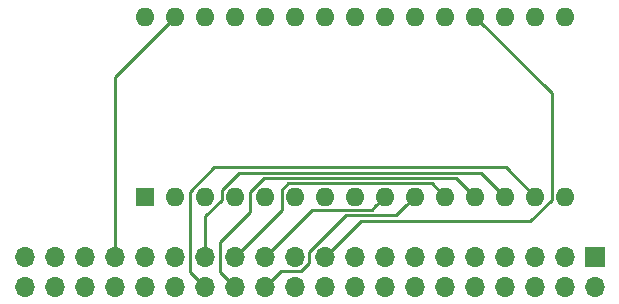
<source format=gbr>
G04 #@! TF.GenerationSoftware,KiCad,Pcbnew,(5.1.0-0)*
G04 #@! TF.CreationDate,2019-10-08T22:07:29-07:00*
G04 #@! TF.ProjectId,ArduinoSerialCard,41726475-696e-46f5-9365-7269616c4361,rev?*
G04 #@! TF.SameCoordinates,Original*
G04 #@! TF.FileFunction,Copper,L1,Top*
G04 #@! TF.FilePolarity,Positive*
%FSLAX46Y46*%
G04 Gerber Fmt 4.6, Leading zero omitted, Abs format (unit mm)*
G04 Created by KiCad (PCBNEW (5.1.0-0)) date 2019-10-08 22:07:29*
%MOMM*%
%LPD*%
G04 APERTURE LIST*
%ADD10O,1.700000X1.700000*%
%ADD11R,1.700000X1.700000*%
%ADD12O,1.600000X1.600000*%
%ADD13R,1.600000X1.600000*%
%ADD14C,0.250000*%
G04 APERTURE END LIST*
D10*
X137160000Y-81280000D03*
X137160000Y-78740000D03*
X139700000Y-81280000D03*
X139700000Y-78740000D03*
X142240000Y-81280000D03*
X142240000Y-78740000D03*
X144780000Y-81280000D03*
X144780000Y-78740000D03*
X147320000Y-81280000D03*
X147320000Y-78740000D03*
X149860000Y-81280000D03*
X149860000Y-78740000D03*
X152400000Y-81280000D03*
X152400000Y-78740000D03*
X154940000Y-81280000D03*
X154940000Y-78740000D03*
X157480000Y-81280000D03*
X157480000Y-78740000D03*
X160020000Y-81280000D03*
X160020000Y-78740000D03*
X162560000Y-81280000D03*
X162560000Y-78740000D03*
X165100000Y-81280000D03*
X165100000Y-78740000D03*
X167640000Y-81280000D03*
X167640000Y-78740000D03*
X170180000Y-81280000D03*
X170180000Y-78740000D03*
X172720000Y-81280000D03*
X172720000Y-78740000D03*
X175260000Y-81280000D03*
X175260000Y-78740000D03*
X177800000Y-81280000D03*
X177800000Y-78740000D03*
X180340000Y-81280000D03*
X180340000Y-78740000D03*
X182880000Y-81280000D03*
X182880000Y-78740000D03*
X185420000Y-81280000D03*
D11*
X185420000Y-78740000D03*
D12*
X182880000Y-58420000D03*
X182880000Y-73660000D03*
X147320000Y-58420000D03*
X180340000Y-73660000D03*
X149860000Y-58420000D03*
X177800000Y-73660000D03*
X152400000Y-58420000D03*
X175260000Y-73660000D03*
X154940000Y-58420000D03*
X172720000Y-73660000D03*
X157480000Y-58420000D03*
X170180000Y-73660000D03*
X160020000Y-58420000D03*
X167640000Y-73660000D03*
X162560000Y-58420000D03*
X165100000Y-73660000D03*
X165100000Y-58420000D03*
X162560000Y-73660000D03*
X167640000Y-58420000D03*
X160020000Y-73660000D03*
X170180000Y-58420000D03*
X157480000Y-73660000D03*
X172720000Y-58420000D03*
X154940000Y-73660000D03*
X175260000Y-58420000D03*
X152400000Y-73660000D03*
X177800000Y-58420000D03*
X149860000Y-73660000D03*
X180340000Y-58420000D03*
D13*
X147320000Y-73660000D03*
D14*
X144780000Y-63500000D02*
X144780000Y-78740000D01*
X149860000Y-58420000D02*
X144780000Y-63500000D01*
X151130000Y-73264998D02*
X151130000Y-80010000D01*
X151130000Y-80010000D02*
X151550001Y-80430001D01*
X180340000Y-73660000D02*
X177864966Y-71184966D01*
X177864966Y-71184966D02*
X153210032Y-71184966D01*
X153210032Y-71184966D02*
X151130000Y-73264998D01*
X151550001Y-80430001D02*
X152400000Y-81280000D01*
X177800000Y-73660000D02*
X175774977Y-71634977D01*
X155300021Y-71634977D02*
X153814999Y-73119999D01*
X175774977Y-71634977D02*
X155300021Y-71634977D01*
X153814999Y-73119999D02*
X153814999Y-73910003D01*
X153814999Y-73910003D02*
X152400000Y-75325002D01*
X152400000Y-75325002D02*
X152400000Y-77537919D01*
X152400000Y-77537919D02*
X152400000Y-78740000D01*
X157390010Y-72084988D02*
X173684988Y-72084988D01*
X173684988Y-72084988D02*
X174460001Y-72860001D01*
X174460001Y-72860001D02*
X175260000Y-73660000D01*
X154940000Y-81280000D02*
X153670000Y-80010000D01*
X153670000Y-80010000D02*
X153670000Y-77470000D01*
X153670000Y-77470000D02*
X156210000Y-74930000D01*
X156210000Y-74930000D02*
X156210000Y-73264998D01*
X156210000Y-73264998D02*
X157390010Y-72084988D01*
X171594999Y-72534999D02*
X172720000Y-73660000D01*
X158894999Y-73119999D02*
X159479999Y-72534999D01*
X158894999Y-74785001D02*
X158894999Y-73119999D01*
X154940000Y-78740000D02*
X158894999Y-74785001D01*
X159479999Y-72534999D02*
X171594999Y-72534999D01*
X169380001Y-74459999D02*
X170180000Y-73660000D01*
X164325986Y-75235012D02*
X168604988Y-75235012D01*
X157480000Y-81280000D02*
X158844999Y-79915001D01*
X160584001Y-79915001D02*
X161195001Y-79304001D01*
X161195001Y-79304001D02*
X161195001Y-78365997D01*
X158844999Y-79915001D02*
X160584001Y-79915001D01*
X161195001Y-78365997D02*
X164325986Y-75235012D01*
X168604988Y-75235012D02*
X169380001Y-74459999D01*
X166840001Y-74459999D02*
X167640000Y-73660000D01*
X166514999Y-74785001D02*
X166840001Y-74459999D01*
X157480000Y-78740000D02*
X161434999Y-74785001D01*
X161434999Y-74785001D02*
X166514999Y-74785001D01*
X181754999Y-73910003D02*
X179973002Y-75692000D01*
X181754999Y-64914999D02*
X181754999Y-73910003D01*
X175260000Y-58420000D02*
X181754999Y-64914999D01*
X165608000Y-75692000D02*
X162560000Y-78740000D01*
X179973002Y-75692000D02*
X165608000Y-75692000D01*
M02*

</source>
